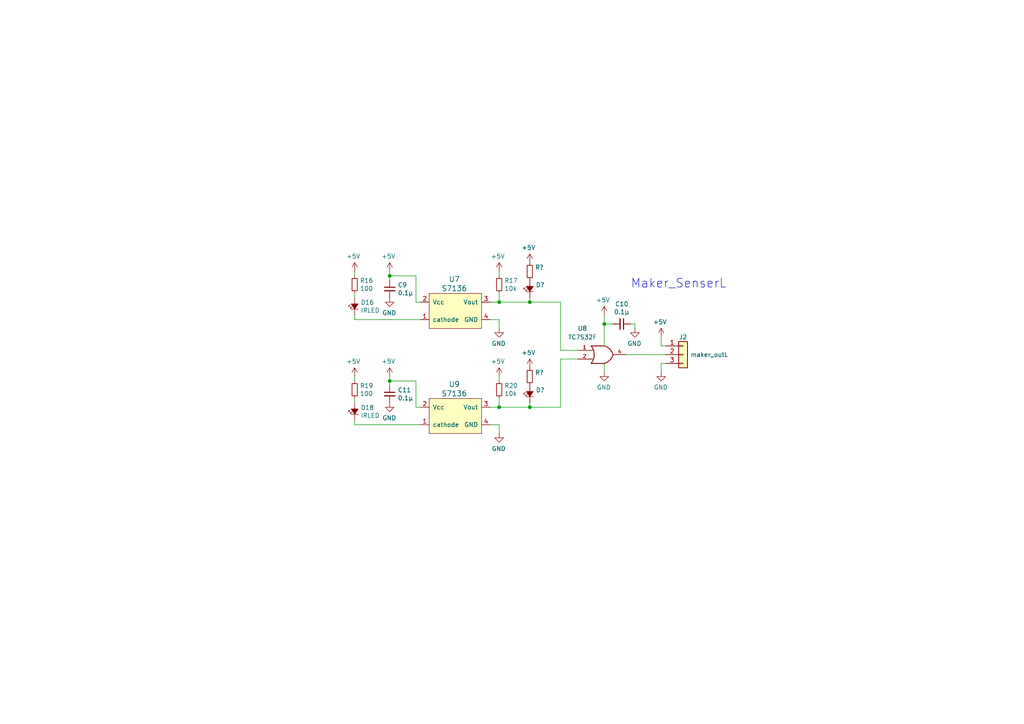
<source format=kicad_sch>
(kicad_sch (version 20211123) (generator eeschema)

  (uuid d1cc914f-34d3-459e-b9ab-ccaad92de6d5)

  (paper "A4")

  (lib_symbols
    (symbol "74xGxx:74AHC1G32" (pin_names (offset 1.016)) (in_bom yes) (on_board yes)
      (property "Reference" "U" (id 0) (at -2.54 3.81 0)
        (effects (font (size 1.27 1.27)))
      )
      (property "Value" "74AHC1G32" (id 1) (at 0 -3.81 0)
        (effects (font (size 1.27 1.27)))
      )
      (property "Footprint" "" (id 2) (at 0 0 0)
        (effects (font (size 1.27 1.27)) hide)
      )
      (property "Datasheet" "http://www.ti.com/lit/sg/scyt129e/scyt129e.pdf" (id 3) (at 0 0 0)
        (effects (font (size 1.27 1.27)) hide)
      )
      (property "ki_keywords" "Single Gate OR LVC CMOS" (id 4) (at 0 0 0)
        (effects (font (size 1.27 1.27)) hide)
      )
      (property "ki_description" "Single OR Gate, Low-Voltage CMOS" (id 5) (at 0 0 0)
        (effects (font (size 1.27 1.27)) hide)
      )
      (property "ki_fp_filters" "SOT* SG-*" (id 6) (at 0 0 0)
        (effects (font (size 1.27 1.27)) hide)
      )
      (symbol "74AHC1G32_0_1"
        (arc (start -3.81 -2.54) (mid -2.919 0) (end -3.81 2.54)
          (stroke (width 0.254) (type default) (color 0 0 0 0))
          (fill (type none))
        )
        (arc (start 0 -2.54) (mid 1.5993 -1.6027) (end 2.54 0)
          (stroke (width 0.254) (type default) (color 0 0 0 0))
          (fill (type none))
        )
        (polyline
          (pts
            (xy -3.81 -1.27)
            (xy -3.175 -1.27)
          )
          (stroke (width 0) (type default) (color 0 0 0 0))
          (fill (type none))
        )
        (polyline
          (pts
            (xy -3.81 1.27)
            (xy -3.175 1.27)
          )
          (stroke (width 0) (type default) (color 0 0 0 0))
          (fill (type none))
        )
        (polyline
          (pts
            (xy 0 -2.54)
            (xy -3.81 -2.54)
          )
          (stroke (width 0.254) (type default) (color 0 0 0 0))
          (fill (type background))
        )
        (polyline
          (pts
            (xy 0 2.54)
            (xy -3.81 2.54)
          )
          (stroke (width 0.254) (type default) (color 0 0 0 0))
          (fill (type background))
        )
        (arc (start 2.54 0) (mid 1.6119 1.6152) (end 0 2.54)
          (stroke (width 0.254) (type default) (color 0 0 0 0))
          (fill (type none))
        )
      )
      (symbol "74AHC1G32_1_1"
        (pin input line (at -7.62 1.27 0) (length 3.81)
          (name "~" (effects (font (size 1.016 1.016))))
          (number "1" (effects (font (size 1.016 1.016))))
        )
        (pin input line (at -7.62 -1.27 0) (length 3.81)
          (name "~" (effects (font (size 1.016 1.016))))
          (number "2" (effects (font (size 1.016 1.016))))
        )
        (pin power_in line (at 0 -2.54 270) (length 0) hide
          (name "GND" (effects (font (size 1.016 1.016))))
          (number "3" (effects (font (size 1.016 1.016))))
        )
        (pin output line (at 6.35 0 180) (length 3.81)
          (name "~" (effects (font (size 1.016 1.016))))
          (number "4" (effects (font (size 1.016 1.016))))
        )
        (pin power_in line (at 0 2.54 90) (length 0) hide
          (name "VCC" (effects (font (size 1.016 1.016))))
          (number "5" (effects (font (size 1.016 1.016))))
        )
      )
    )
    (symbol "Connector_Generic:Conn_01x03" (pin_names (offset 1.016) hide) (in_bom yes) (on_board yes)
      (property "Reference" "J" (id 0) (at 0 5.08 0)
        (effects (font (size 1.27 1.27)))
      )
      (property "Value" "Conn_01x03" (id 1) (at 0 -5.08 0)
        (effects (font (size 1.27 1.27)))
      )
      (property "Footprint" "" (id 2) (at 0 0 0)
        (effects (font (size 1.27 1.27)) hide)
      )
      (property "Datasheet" "~" (id 3) (at 0 0 0)
        (effects (font (size 1.27 1.27)) hide)
      )
      (property "ki_keywords" "connector" (id 4) (at 0 0 0)
        (effects (font (size 1.27 1.27)) hide)
      )
      (property "ki_description" "Generic connector, single row, 01x03, script generated (kicad-library-utils/schlib/autogen/connector/)" (id 5) (at 0 0 0)
        (effects (font (size 1.27 1.27)) hide)
      )
      (property "ki_fp_filters" "Connector*:*_1x??_*" (id 6) (at 0 0 0)
        (effects (font (size 1.27 1.27)) hide)
      )
      (symbol "Conn_01x03_1_1"
        (rectangle (start -1.27 -2.413) (end 0 -2.667)
          (stroke (width 0.1524) (type default) (color 0 0 0 0))
          (fill (type none))
        )
        (rectangle (start -1.27 0.127) (end 0 -0.127)
          (stroke (width 0.1524) (type default) (color 0 0 0 0))
          (fill (type none))
        )
        (rectangle (start -1.27 2.667) (end 0 2.413)
          (stroke (width 0.1524) (type default) (color 0 0 0 0))
          (fill (type none))
        )
        (rectangle (start -1.27 3.81) (end 1.27 -3.81)
          (stroke (width 0.254) (type default) (color 0 0 0 0))
          (fill (type background))
        )
        (pin passive line (at -5.08 2.54 0) (length 3.81)
          (name "Pin_1" (effects (font (size 1.27 1.27))))
          (number "1" (effects (font (size 1.27 1.27))))
        )
        (pin passive line (at -5.08 0 0) (length 3.81)
          (name "Pin_2" (effects (font (size 1.27 1.27))))
          (number "2" (effects (font (size 1.27 1.27))))
        )
        (pin passive line (at -5.08 -2.54 0) (length 3.81)
          (name "Pin_3" (effects (font (size 1.27 1.27))))
          (number "3" (effects (font (size 1.27 1.27))))
        )
      )
    )
    (symbol "Device:C_Small" (pin_numbers hide) (pin_names (offset 0.254) hide) (in_bom yes) (on_board yes)
      (property "Reference" "C" (id 0) (at 0.254 1.778 0)
        (effects (font (size 1.27 1.27)) (justify left))
      )
      (property "Value" "C_Small" (id 1) (at 0.254 -2.032 0)
        (effects (font (size 1.27 1.27)) (justify left))
      )
      (property "Footprint" "" (id 2) (at 0 0 0)
        (effects (font (size 1.27 1.27)) hide)
      )
      (property "Datasheet" "~" (id 3) (at 0 0 0)
        (effects (font (size 1.27 1.27)) hide)
      )
      (property "ki_keywords" "capacitor cap" (id 4) (at 0 0 0)
        (effects (font (size 1.27 1.27)) hide)
      )
      (property "ki_description" "Unpolarized capacitor, small symbol" (id 5) (at 0 0 0)
        (effects (font (size 1.27 1.27)) hide)
      )
      (property "ki_fp_filters" "C_*" (id 6) (at 0 0 0)
        (effects (font (size 1.27 1.27)) hide)
      )
      (symbol "C_Small_0_1"
        (polyline
          (pts
            (xy -1.524 -0.508)
            (xy 1.524 -0.508)
          )
          (stroke (width 0.3302) (type default) (color 0 0 0 0))
          (fill (type none))
        )
        (polyline
          (pts
            (xy -1.524 0.508)
            (xy 1.524 0.508)
          )
          (stroke (width 0.3048) (type default) (color 0 0 0 0))
          (fill (type none))
        )
      )
      (symbol "C_Small_1_1"
        (pin passive line (at 0 2.54 270) (length 2.032)
          (name "~" (effects (font (size 1.27 1.27))))
          (number "1" (effects (font (size 1.27 1.27))))
        )
        (pin passive line (at 0 -2.54 90) (length 2.032)
          (name "~" (effects (font (size 1.27 1.27))))
          (number "2" (effects (font (size 1.27 1.27))))
        )
      )
    )
    (symbol "Device:R_Small" (pin_numbers hide) (pin_names (offset 0.254) hide) (in_bom yes) (on_board yes)
      (property "Reference" "R" (id 0) (at 0.762 0.508 0)
        (effects (font (size 1.27 1.27)) (justify left))
      )
      (property "Value" "R_Small" (id 1) (at 0.762 -1.016 0)
        (effects (font (size 1.27 1.27)) (justify left))
      )
      (property "Footprint" "" (id 2) (at 0 0 0)
        (effects (font (size 1.27 1.27)) hide)
      )
      (property "Datasheet" "~" (id 3) (at 0 0 0)
        (effects (font (size 1.27 1.27)) hide)
      )
      (property "ki_keywords" "R resistor" (id 4) (at 0 0 0)
        (effects (font (size 1.27 1.27)) hide)
      )
      (property "ki_description" "Resistor, small symbol" (id 5) (at 0 0 0)
        (effects (font (size 1.27 1.27)) hide)
      )
      (property "ki_fp_filters" "R_*" (id 6) (at 0 0 0)
        (effects (font (size 1.27 1.27)) hide)
      )
      (symbol "R_Small_0_1"
        (rectangle (start -0.762 1.778) (end 0.762 -1.778)
          (stroke (width 0.2032) (type default) (color 0 0 0 0))
          (fill (type none))
        )
      )
      (symbol "R_Small_1_1"
        (pin passive line (at 0 2.54 270) (length 0.762)
          (name "~" (effects (font (size 1.27 1.27))))
          (number "1" (effects (font (size 1.27 1.27))))
        )
        (pin passive line (at 0 -2.54 90) (length 0.762)
          (name "~" (effects (font (size 1.27 1.27))))
          (number "2" (effects (font (size 1.27 1.27))))
        )
      )
    )
    (symbol "power:+5V" (power) (pin_names (offset 0)) (in_bom yes) (on_board yes)
      (property "Reference" "#PWR" (id 0) (at 0 -3.81 0)
        (effects (font (size 1.27 1.27)) hide)
      )
      (property "Value" "+5V" (id 1) (at 0 3.556 0)
        (effects (font (size 1.27 1.27)))
      )
      (property "Footprint" "" (id 2) (at 0 0 0)
        (effects (font (size 1.27 1.27)) hide)
      )
      (property "Datasheet" "" (id 3) (at 0 0 0)
        (effects (font (size 1.27 1.27)) hide)
      )
      (property "ki_keywords" "global power" (id 4) (at 0 0 0)
        (effects (font (size 1.27 1.27)) hide)
      )
      (property "ki_description" "Power symbol creates a global label with name \"+5V\"" (id 5) (at 0 0 0)
        (effects (font (size 1.27 1.27)) hide)
      )
      (symbol "+5V_0_1"
        (polyline
          (pts
            (xy -0.762 1.27)
            (xy 0 2.54)
          )
          (stroke (width 0) (type default) (color 0 0 0 0))
          (fill (type none))
        )
        (polyline
          (pts
            (xy 0 0)
            (xy 0 2.54)
          )
          (stroke (width 0) (type default) (color 0 0 0 0))
          (fill (type none))
        )
        (polyline
          (pts
            (xy 0 2.54)
            (xy 0.762 1.27)
          )
          (stroke (width 0) (type default) (color 0 0 0 0))
          (fill (type none))
        )
      )
      (symbol "+5V_1_1"
        (pin power_in line (at 0 0 90) (length 0) hide
          (name "+5V" (effects (font (size 1.27 1.27))))
          (number "1" (effects (font (size 1.27 1.27))))
        )
      )
    )
    (symbol "power:GND" (power) (pin_names (offset 0)) (in_bom yes) (on_board yes)
      (property "Reference" "#PWR" (id 0) (at 0 -6.35 0)
        (effects (font (size 1.27 1.27)) hide)
      )
      (property "Value" "GND" (id 1) (at 0 -3.81 0)
        (effects (font (size 1.27 1.27)))
      )
      (property "Footprint" "" (id 2) (at 0 0 0)
        (effects (font (size 1.27 1.27)) hide)
      )
      (property "Datasheet" "" (id 3) (at 0 0 0)
        (effects (font (size 1.27 1.27)) hide)
      )
      (property "ki_keywords" "global power" (id 4) (at 0 0 0)
        (effects (font (size 1.27 1.27)) hide)
      )
      (property "ki_description" "Power symbol creates a global label with name \"GND\" , ground" (id 5) (at 0 0 0)
        (effects (font (size 1.27 1.27)) hide)
      )
      (symbol "GND_0_1"
        (polyline
          (pts
            (xy 0 0)
            (xy 0 -1.27)
            (xy 1.27 -1.27)
            (xy 0 -2.54)
            (xy -1.27 -1.27)
            (xy 0 -1.27)
          )
          (stroke (width 0) (type default) (color 0 0 0 0))
          (fill (type none))
        )
      )
      (symbol "GND_1_1"
        (pin power_in line (at 0 0 270) (length 0) hide
          (name "GND" (effects (font (size 1.27 1.27))))
          (number "1" (effects (font (size 1.27 1.27))))
        )
      )
    )
    (symbol "robotrace_sensorV4-rescue:LED_Small_ALT-Device" (pin_numbers hide) (pin_names (offset 0.254) hide) (in_bom yes) (on_board yes)
      (property "Reference" "D" (id 0) (at -1.27 3.175 0)
        (effects (font (size 1.27 1.27)) (justify left))
      )
      (property "Value" "LED_Small_ALT-Device" (id 1) (at -4.445 -2.54 0)
        (effects (font (size 1.27 1.27)) (justify left))
      )
      (property "Footprint" "" (id 2) (at 0 0 90)
        (effects (font (size 1.27 1.27)) hide)
      )
      (property "Datasheet" "" (id 3) (at 0 0 90)
        (effects (font (size 1.27 1.27)) hide)
      )
      (property "ki_fp_filters" "LED* LED_SMD:* LED_THT:*" (id 4) (at 0 0 0)
        (effects (font (size 1.27 1.27)) hide)
      )
      (symbol "LED_Small_ALT-Device_0_1"
        (polyline
          (pts
            (xy -0.762 -1.016)
            (xy -0.762 1.016)
          )
          (stroke (width 0) (type default) (color 0 0 0 0))
          (fill (type none))
        )
        (polyline
          (pts
            (xy 1.016 0)
            (xy -0.762 0)
          )
          (stroke (width 0) (type default) (color 0 0 0 0))
          (fill (type none))
        )
        (polyline
          (pts
            (xy 0.762 -1.016)
            (xy -0.762 0)
            (xy 0.762 1.016)
            (xy 0.762 -1.016)
          )
          (stroke (width 0) (type default) (color 0 0 0 0))
          (fill (type outline))
        )
        (polyline
          (pts
            (xy 0 0.762)
            (xy -0.508 1.27)
            (xy -0.254 1.27)
            (xy -0.508 1.27)
            (xy -0.508 1.016)
          )
          (stroke (width 0) (type default) (color 0 0 0 0))
          (fill (type none))
        )
        (polyline
          (pts
            (xy 0.508 1.27)
            (xy 0 1.778)
            (xy 0.254 1.778)
            (xy 0 1.778)
            (xy 0 1.524)
          )
          (stroke (width 0) (type default) (color 0 0 0 0))
          (fill (type none))
        )
      )
      (symbol "LED_Small_ALT-Device_1_1"
        (pin passive line (at -2.54 0 0) (length 1.778)
          (name "K" (effects (font (size 1.27 1.27))))
          (number "1" (effects (font (size 1.27 1.27))))
        )
        (pin passive line (at 2.54 0 180) (length 1.778)
          (name "A" (effects (font (size 1.27 1.27))))
          (number "2" (effects (font (size 1.27 1.27))))
        )
      )
    )
    (symbol "robotrace_sensorV4-rescue:S7136-mylib" (pin_names (offset 1.016)) (in_bom yes) (on_board yes)
      (property "Reference" "U" (id 0) (at 0 8.89 0)
        (effects (font (size 1.524 1.524)))
      )
      (property "Value" "S7136-mylib" (id 1) (at 0 6.35 0)
        (effects (font (size 1.524 1.524)))
      )
      (property "Footprint" "" (id 2) (at 1.27 0 0)
        (effects (font (size 1.524 1.524)))
      )
      (property "Datasheet" "" (id 3) (at 1.27 0 0)
        (effects (font (size 1.524 1.524)))
      )
      (symbol "S7136-mylib_0_1"
        (rectangle (start -7.62 5.08) (end 7.62 -5.08)
          (stroke (width 0) (type default) (color 0 0 0 0))
          (fill (type background))
        )
      )
      (symbol "S7136-mylib_1_1"
        (pin open_collector line (at -10.16 2.54 0) (length 2.54)
          (name "cathode" (effects (font (size 1.27 1.27))))
          (number "1" (effects (font (size 1.27 1.27))))
        )
        (pin passive line (at -10.16 -2.54 0) (length 2.54)
          (name "Vcc" (effects (font (size 1.27 1.27))))
          (number "2" (effects (font (size 1.27 1.27))))
        )
        (pin output line (at 10.16 -2.54 180) (length 2.54)
          (name "Vout" (effects (font (size 1.27 1.27))))
          (number "3" (effects (font (size 1.27 1.27))))
        )
        (pin power_in line (at 10.16 2.54 180) (length 2.54)
          (name "GND" (effects (font (size 1.27 1.27))))
          (number "4" (effects (font (size 1.27 1.27))))
        )
      )
    )
  )

  (junction (at 113.03 80.01) (diameter 0) (color 0 0 0 0)
    (uuid 1f8bf1ee-3694-4b5f-99f8-0fee0ba04422)
  )
  (junction (at 113.03 110.49) (diameter 0) (color 0 0 0 0)
    (uuid b7b4b680-b028-4b08-8a98-c334f115bd21)
  )
  (junction (at 144.78 118.11) (diameter 0) (color 0 0 0 0)
    (uuid cdf7d16b-e3c0-4b67-97bf-125b35b3c2c1)
  )
  (junction (at 153.67 87.63) (diameter 0) (color 0 0 0 0)
    (uuid d110e0c8-b3ec-4141-8c0f-00671cc734b3)
  )
  (junction (at 175.26 93.98) (diameter 0) (color 0 0 0 0)
    (uuid e2d24263-208f-459c-8410-3f01886db6b6)
  )
  (junction (at 144.78 87.63) (diameter 0) (color 0 0 0 0)
    (uuid ef6b53ee-8fce-401f-bfbb-bc227d5627db)
  )
  (junction (at 153.67 118.11) (diameter 0) (color 0 0 0 0)
    (uuid f4047b1a-461f-4a04-9757-a6d9241546a1)
  )

  (wire (pts (xy 121.92 87.63) (xy 120.65 87.63))
    (stroke (width 0) (type default) (color 0 0 0 0))
    (uuid 04863e0d-9c96-4c8f-9a98-83e86ecce5ea)
  )
  (wire (pts (xy 102.87 80.01) (xy 102.87 78.74))
    (stroke (width 0) (type default) (color 0 0 0 0))
    (uuid 07aac6d0-fa5c-4c6a-8081-2e8f09e134e5)
  )
  (wire (pts (xy 102.87 86.36) (xy 102.87 85.09))
    (stroke (width 0) (type default) (color 0 0 0 0))
    (uuid 0c7b9d28-26ec-4ab0-833d-1924c600b215)
  )
  (wire (pts (xy 144.78 123.19) (xy 144.78 125.73))
    (stroke (width 0) (type default) (color 0 0 0 0))
    (uuid 0cdb783f-1c7c-42b4-8035-17577635a5c5)
  )
  (wire (pts (xy 142.24 92.71) (xy 144.78 92.71))
    (stroke (width 0) (type default) (color 0 0 0 0))
    (uuid 16ad0a41-f280-417d-88ae-d84da6c9e50f)
  )
  (wire (pts (xy 113.03 78.74) (xy 113.03 80.01))
    (stroke (width 0) (type default) (color 0 0 0 0))
    (uuid 1d0a2beb-75d4-40f2-ac97-8cf2d7e682cc)
  )
  (wire (pts (xy 193.04 102.87) (xy 181.61 102.87))
    (stroke (width 0) (type default) (color 0 0 0 0))
    (uuid 2606b314-3567-4b51-b399-016f88535dfe)
  )
  (wire (pts (xy 102.87 92.71) (xy 102.87 91.44))
    (stroke (width 0) (type default) (color 0 0 0 0))
    (uuid 262299dc-28ba-4c06-a60b-b5bbf8e0f0fc)
  )
  (wire (pts (xy 144.78 109.22) (xy 144.78 110.49))
    (stroke (width 0) (type default) (color 0 0 0 0))
    (uuid 27a58914-0514-4279-bf74-39da0207cea3)
  )
  (wire (pts (xy 144.78 87.63) (xy 153.67 87.63))
    (stroke (width 0) (type default) (color 0 0 0 0))
    (uuid 287c3dc1-7225-4339-b707-39010d746ca7)
  )
  (wire (pts (xy 144.78 92.71) (xy 144.78 95.25))
    (stroke (width 0) (type default) (color 0 0 0 0))
    (uuid 3a68917e-e0b9-45cc-8654-4df9a213a62b)
  )
  (wire (pts (xy 113.03 80.01) (xy 120.65 80.01))
    (stroke (width 0) (type default) (color 0 0 0 0))
    (uuid 42842558-8a16-4f6f-96e9-34b753e71eab)
  )
  (wire (pts (xy 120.65 110.49) (xy 120.65 118.11))
    (stroke (width 0) (type default) (color 0 0 0 0))
    (uuid 464d166c-dd74-4381-9c05-1f1859c8a01d)
  )
  (wire (pts (xy 142.24 123.19) (xy 144.78 123.19))
    (stroke (width 0) (type default) (color 0 0 0 0))
    (uuid 486e39d4-0d18-4d27-a9fd-bd0189542261)
  )
  (wire (pts (xy 175.26 93.98) (xy 175.26 100.33))
    (stroke (width 0) (type default) (color 0 0 0 0))
    (uuid 5387005e-d14a-4936-b267-5b85e863bdc6)
  )
  (wire (pts (xy 191.77 105.41) (xy 191.77 107.95))
    (stroke (width 0) (type default) (color 0 0 0 0))
    (uuid 53a6bd7d-3f9e-493f-8deb-bd0000d7e2f6)
  )
  (wire (pts (xy 167.64 104.14) (xy 162.56 104.14))
    (stroke (width 0) (type default) (color 0 0 0 0))
    (uuid 5569ab0a-3003-42ee-b2ab-3de45bed37d7)
  )
  (wire (pts (xy 102.87 123.19) (xy 121.92 123.19))
    (stroke (width 0) (type default) (color 0 0 0 0))
    (uuid 5a5dc417-1048-43d9-a4b6-d16b611db961)
  )
  (wire (pts (xy 153.67 86.36) (xy 153.67 87.63))
    (stroke (width 0) (type default) (color 0 0 0 0))
    (uuid 5b831912-3eea-4508-9ce0-e2d3a1a6ea71)
  )
  (wire (pts (xy 113.03 110.49) (xy 120.65 110.49))
    (stroke (width 0) (type default) (color 0 0 0 0))
    (uuid 620986ce-09fa-4382-85c0-eddd7af6f195)
  )
  (wire (pts (xy 193.04 105.41) (xy 191.77 105.41))
    (stroke (width 0) (type default) (color 0 0 0 0))
    (uuid 745f693a-5c6c-4e5b-8a03-aae3f456b695)
  )
  (wire (pts (xy 153.67 87.63) (xy 162.56 87.63))
    (stroke (width 0) (type default) (color 0 0 0 0))
    (uuid 78b9b122-ec00-474c-823e-27cb09bbee38)
  )
  (wire (pts (xy 120.65 80.01) (xy 120.65 87.63))
    (stroke (width 0) (type default) (color 0 0 0 0))
    (uuid 87198aaa-2050-40ae-9782-46932063405f)
  )
  (wire (pts (xy 184.15 95.25) (xy 184.15 93.98))
    (stroke (width 0) (type default) (color 0 0 0 0))
    (uuid 8837b929-bfe5-46b4-93d7-d84030f98945)
  )
  (wire (pts (xy 144.78 87.63) (xy 142.24 87.63))
    (stroke (width 0) (type default) (color 0 0 0 0))
    (uuid 88eeb255-38a9-4663-a5f3-a986e9d2a1e3)
  )
  (wire (pts (xy 175.26 105.41) (xy 175.26 107.95))
    (stroke (width 0) (type default) (color 0 0 0 0))
    (uuid 8a23ce64-831a-4a41-b2f1-1a266c8a54cd)
  )
  (wire (pts (xy 113.03 111.76) (xy 113.03 110.49))
    (stroke (width 0) (type default) (color 0 0 0 0))
    (uuid 90ac623e-fab8-4fe4-97f6-b7db92072cf7)
  )
  (wire (pts (xy 162.56 87.63) (xy 162.56 101.6))
    (stroke (width 0) (type default) (color 0 0 0 0))
    (uuid 9be57866-8118-4a88-8505-29bcabcb3749)
  )
  (wire (pts (xy 177.8 93.98) (xy 175.26 93.98))
    (stroke (width 0) (type default) (color 0 0 0 0))
    (uuid 9fa2fe80-e694-445d-b0be-24c67999dd11)
  )
  (wire (pts (xy 175.26 91.44) (xy 175.26 93.98))
    (stroke (width 0) (type default) (color 0 0 0 0))
    (uuid a1a46b6e-6929-413f-8979-4320baee3f25)
  )
  (wire (pts (xy 144.78 78.74) (xy 144.78 80.01))
    (stroke (width 0) (type default) (color 0 0 0 0))
    (uuid a8fa0618-7a70-4a20-89f7-5044ae6cb27f)
  )
  (wire (pts (xy 113.03 81.28) (xy 113.03 80.01))
    (stroke (width 0) (type default) (color 0 0 0 0))
    (uuid ac9c9684-9296-45d8-961d-2c5c9838fe00)
  )
  (wire (pts (xy 144.78 85.09) (xy 144.78 87.63))
    (stroke (width 0) (type default) (color 0 0 0 0))
    (uuid ad10a398-eabd-4cda-85bf-a15395b9d425)
  )
  (wire (pts (xy 121.92 118.11) (xy 120.65 118.11))
    (stroke (width 0) (type default) (color 0 0 0 0))
    (uuid bb454413-18f7-4596-b8fd-8a369f6d96f1)
  )
  (wire (pts (xy 162.56 101.6) (xy 167.64 101.6))
    (stroke (width 0) (type default) (color 0 0 0 0))
    (uuid be87342a-9d51-44a9-8851-8ebfa84b0767)
  )
  (wire (pts (xy 193.04 100.33) (xy 191.77 100.33))
    (stroke (width 0) (type default) (color 0 0 0 0))
    (uuid c4f74cbf-fe73-457d-8be2-5332b494778c)
  )
  (wire (pts (xy 113.03 109.22) (xy 113.03 110.49))
    (stroke (width 0) (type default) (color 0 0 0 0))
    (uuid c9fefbaa-1206-47cc-a888-5e8298945d75)
  )
  (wire (pts (xy 182.88 93.98) (xy 184.15 93.98))
    (stroke (width 0) (type default) (color 0 0 0 0))
    (uuid d66cc3cf-8a5e-44ef-855e-83b3bfa4abd9)
  )
  (wire (pts (xy 102.87 123.19) (xy 102.87 121.92))
    (stroke (width 0) (type default) (color 0 0 0 0))
    (uuid d78921e1-b2f8-44f8-b052-b019b301f2a5)
  )
  (wire (pts (xy 162.56 104.14) (xy 162.56 118.11))
    (stroke (width 0) (type default) (color 0 0 0 0))
    (uuid de87ed3c-b894-41b8-b3f4-e0fd34f361ac)
  )
  (wire (pts (xy 102.87 110.49) (xy 102.87 109.22))
    (stroke (width 0) (type default) (color 0 0 0 0))
    (uuid e09ca79f-b16f-4b91-b2a9-dabf48ca9642)
  )
  (wire (pts (xy 153.67 118.11) (xy 162.56 118.11))
    (stroke (width 0) (type default) (color 0 0 0 0))
    (uuid e7381795-fa82-47d3-9a45-bb43ac2fdb85)
  )
  (wire (pts (xy 144.78 118.11) (xy 142.24 118.11))
    (stroke (width 0) (type default) (color 0 0 0 0))
    (uuid e7e793f8-c604-4bc0-9bf0-89da16197d7f)
  )
  (wire (pts (xy 102.87 92.71) (xy 121.92 92.71))
    (stroke (width 0) (type default) (color 0 0 0 0))
    (uuid e8d02fcb-794a-4639-9170-6db9cbb34ec8)
  )
  (wire (pts (xy 102.87 116.84) (xy 102.87 115.57))
    (stroke (width 0) (type default) (color 0 0 0 0))
    (uuid f2352ee6-c6c0-4664-bdd0-521047639da8)
  )
  (wire (pts (xy 191.77 100.33) (xy 191.77 97.79))
    (stroke (width 0) (type default) (color 0 0 0 0))
    (uuid f7e52066-11cf-4628-a185-2f2cd14fce5e)
  )
  (wire (pts (xy 153.67 118.11) (xy 144.78 118.11))
    (stroke (width 0) (type default) (color 0 0 0 0))
    (uuid fbce8f2a-cad9-44c6-a273-7280ae952422)
  )
  (wire (pts (xy 153.67 116.84) (xy 153.67 118.11))
    (stroke (width 0) (type default) (color 0 0 0 0))
    (uuid fcd31b07-4358-4b85-b559-070baea52665)
  )
  (wire (pts (xy 144.78 115.57) (xy 144.78 118.11))
    (stroke (width 0) (type default) (color 0 0 0 0))
    (uuid fd25e496-d447-4430-91d6-87924610b880)
  )

  (text "Maker_SenserL" (at 182.88 83.82 0)
    (effects (font (size 2.54 2.54)) (justify left bottom))
    (uuid 26966b84-d039-4c5f-82b9-251eff234d10)
  )

  (symbol (lib_id "power:+5V") (at 153.67 76.2 0) (mirror y) (unit 1)
    (in_bom yes) (on_board yes)
    (uuid 00000000-0000-0000-0000-0000638e7ab9)
    (property "Reference" "#PWR?" (id 0) (at 153.67 80.01 0)
      (effects (font (size 1.27 1.27)) hide)
    )
    (property "Value" "" (id 1) (at 153.289 71.8058 0))
    (property "Footprint" "" (id 2) (at 153.67 76.2 0)
      (effects (font (size 1.27 1.27)) hide)
    )
    (property "Datasheet" "" (id 3) (at 153.67 76.2 0)
      (effects (font (size 1.27 1.27)) hide)
    )
    (pin "1" (uuid 77b31bcc-ec88-4fc3-9ec8-7593ba8498d9))
  )

  (symbol (lib_id "robotrace_sensorV4-rescue:LED_Small_ALT-Device") (at 153.67 83.82 90) (unit 1)
    (in_bom yes) (on_board yes)
    (uuid 00000000-0000-0000-0000-0000638e7abf)
    (property "Reference" "D?" (id 0) (at 155.3972 82.6516 90)
      (effects (font (size 1.27 1.27)) (justify right))
    )
    (property "Value" "" (id 1) (at 155.3972 84.963 90)
      (effects (font (size 1.27 1.27)) (justify right))
    )
    (property "Footprint" "" (id 2) (at 153.67 83.82 90)
      (effects (font (size 1.27 1.27)) hide)
    )
    (property "Datasheet" "~" (id 3) (at 153.67 83.82 90)
      (effects (font (size 1.27 1.27)) hide)
    )
    (pin "1" (uuid e401c00e-1c45-4d71-87ff-15fecc0d5644))
    (pin "2" (uuid 04ed2d74-b562-41da-8eb2-22c103f168eb))
  )

  (symbol (lib_id "Device:R_Small") (at 153.67 78.74 0) (unit 1)
    (in_bom yes) (on_board yes)
    (uuid 00000000-0000-0000-0000-0000638e7ac5)
    (property "Reference" "R?" (id 0) (at 155.1686 77.5716 0)
      (effects (font (size 1.27 1.27)) (justify left))
    )
    (property "Value" "" (id 1) (at 155.1686 79.883 0)
      (effects (font (size 1.27 1.27)) (justify left))
    )
    (property "Footprint" "" (id 2) (at 153.67 78.74 0)
      (effects (font (size 1.27 1.27)) hide)
    )
    (property "Datasheet" "~" (id 3) (at 153.67 78.74 0)
      (effects (font (size 1.27 1.27)) hide)
    )
    (pin "1" (uuid e06adff6-13e2-4b88-a600-45ea91c04539))
    (pin "2" (uuid 41a46bee-93e3-42b1-958c-6fe85511ba6e))
  )

  (symbol (lib_id "power:+5V") (at 153.67 106.68 0) (mirror y) (unit 1)
    (in_bom yes) (on_board yes)
    (uuid 00000000-0000-0000-0000-0000638fbf89)
    (property "Reference" "#PWR?" (id 0) (at 153.67 110.49 0)
      (effects (font (size 1.27 1.27)) hide)
    )
    (property "Value" "" (id 1) (at 153.289 102.2858 0))
    (property "Footprint" "" (id 2) (at 153.67 106.68 0)
      (effects (font (size 1.27 1.27)) hide)
    )
    (property "Datasheet" "" (id 3) (at 153.67 106.68 0)
      (effects (font (size 1.27 1.27)) hide)
    )
    (pin "1" (uuid 3d25456c-8d78-4d93-8d55-152d502e5fef))
  )

  (symbol (lib_id "robotrace_sensorV4-rescue:LED_Small_ALT-Device") (at 153.67 114.3 90) (unit 1)
    (in_bom yes) (on_board yes)
    (uuid 00000000-0000-0000-0000-0000638fbf8f)
    (property "Reference" "D?" (id 0) (at 155.3972 113.1316 90)
      (effects (font (size 1.27 1.27)) (justify right))
    )
    (property "Value" "" (id 1) (at 155.3972 115.443 90)
      (effects (font (size 1.27 1.27)) (justify right))
    )
    (property "Footprint" "" (id 2) (at 153.67 114.3 90)
      (effects (font (size 1.27 1.27)) hide)
    )
    (property "Datasheet" "~" (id 3) (at 153.67 114.3 90)
      (effects (font (size 1.27 1.27)) hide)
    )
    (pin "1" (uuid d01d89c1-4867-45e8-afeb-5472100ee590))
    (pin "2" (uuid 2aab9de7-e4ca-4cfe-883d-8001eda1a2d2))
  )

  (symbol (lib_id "Device:R_Small") (at 153.67 109.22 0) (unit 1)
    (in_bom yes) (on_board yes)
    (uuid 00000000-0000-0000-0000-0000638fbf95)
    (property "Reference" "R?" (id 0) (at 155.1686 108.0516 0)
      (effects (font (size 1.27 1.27)) (justify left))
    )
    (property "Value" "" (id 1) (at 155.1686 110.363 0)
      (effects (font (size 1.27 1.27)) (justify left))
    )
    (property "Footprint" "" (id 2) (at 153.67 109.22 0)
      (effects (font (size 1.27 1.27)) hide)
    )
    (property "Datasheet" "~" (id 3) (at 153.67 109.22 0)
      (effects (font (size 1.27 1.27)) hide)
    )
    (pin "1" (uuid 876a896a-c389-4b54-a40b-1d1fa36a4486))
    (pin "2" (uuid 67d9da97-6b71-4b2d-87a0-b2412a39a0d0))
  )

  (symbol (lib_id "Connector_Generic:Conn_01x03") (at 198.12 102.87 0) (unit 1)
    (in_bom yes) (on_board yes)
    (uuid 00000000-0000-0000-0000-000063bd7870)
    (property "Reference" "J2" (id 0) (at 198.12 97.79 0))
    (property "Value" "maker_outL" (id 1) (at 205.74 102.87 0))
    (property "Footprint" "Connectors_JST:JST_SH_BM03B-SRSS-TB_03x1.00mm_Straight" (id 2) (at 198.12 102.87 0)
      (effects (font (size 1.27 1.27)) hide)
    )
    (property "Datasheet" "~" (id 3) (at 198.12 102.87 0)
      (effects (font (size 1.27 1.27)) hide)
    )
    (pin "1" (uuid d6582651-ea04-4654-98f0-b19d7074b25e))
    (pin "2" (uuid 8c60671d-d4ab-47e4-a00b-0bd396f07e58))
    (pin "3" (uuid 0053ec4f-98cf-4f05-be13-8be2c14c722a))
  )

  (symbol (lib_id "power:GND") (at 191.77 107.95 0) (mirror y) (unit 1)
    (in_bom yes) (on_board yes)
    (uuid 00000000-0000-0000-0000-000063bd7876)
    (property "Reference" "#PWR058" (id 0) (at 191.77 114.3 0)
      (effects (font (size 1.27 1.27)) hide)
    )
    (property "Value" "GND" (id 1) (at 191.643 112.3442 0))
    (property "Footprint" "" (id 2) (at 191.77 107.95 0)
      (effects (font (size 1.27 1.27)) hide)
    )
    (property "Datasheet" "" (id 3) (at 191.77 107.95 0)
      (effects (font (size 1.27 1.27)) hide)
    )
    (pin "1" (uuid ccf2bc80-edf0-4427-8858-326b8b8dc4a9))
  )

  (symbol (lib_id "Device:R_Small") (at 102.87 82.55 0) (unit 1)
    (in_bom yes) (on_board yes)
    (uuid 00000000-0000-0000-0000-000063bd787f)
    (property "Reference" "R16" (id 0) (at 104.3686 81.3816 0)
      (effects (font (size 1.27 1.27)) (justify left))
    )
    (property "Value" "100" (id 1) (at 104.3686 83.693 0)
      (effects (font (size 1.27 1.27)) (justify left))
    )
    (property "Footprint" "Resistor_SMD:R_0603_1608Metric" (id 2) (at 102.87 82.55 0)
      (effects (font (size 1.27 1.27)) hide)
    )
    (property "Datasheet" "~" (id 3) (at 102.87 82.55 0)
      (effects (font (size 1.27 1.27)) hide)
    )
    (pin "1" (uuid e62c5603-4447-4b34-a939-4b2edda6d81e))
    (pin "2" (uuid b8b6adc1-f0a7-4aa9-8dac-2fb08a2a1ffb))
  )

  (symbol (lib_id "Device:R_Small") (at 144.78 82.55 0) (unit 1)
    (in_bom yes) (on_board yes)
    (uuid 00000000-0000-0000-0000-000063bd7885)
    (property "Reference" "R17" (id 0) (at 146.2786 81.3816 0)
      (effects (font (size 1.27 1.27)) (justify left))
    )
    (property "Value" "10k" (id 1) (at 146.2786 83.693 0)
      (effects (font (size 1.27 1.27)) (justify left))
    )
    (property "Footprint" "Resistor_SMD:R_0603_1608Metric" (id 2) (at 144.78 82.55 0)
      (effects (font (size 1.27 1.27)) hide)
    )
    (property "Datasheet" "~" (id 3) (at 144.78 82.55 0)
      (effects (font (size 1.27 1.27)) hide)
    )
    (pin "1" (uuid d30df59e-d9e3-45df-bf09-8e0d9f7b88d0))
    (pin "2" (uuid 1eec2701-de70-4f25-a83c-9b06f7313bf6))
  )

  (symbol (lib_id "power:GND") (at 175.26 107.95 0) (mirror y) (unit 1)
    (in_bom yes) (on_board yes)
    (uuid 00000000-0000-0000-0000-000063bd788b)
    (property "Reference" "#PWR057" (id 0) (at 175.26 114.3 0)
      (effects (font (size 1.27 1.27)) hide)
    )
    (property "Value" "GND" (id 1) (at 175.133 112.3442 0))
    (property "Footprint" "" (id 2) (at 175.26 107.95 0)
      (effects (font (size 1.27 1.27)) hide)
    )
    (property "Datasheet" "" (id 3) (at 175.26 107.95 0)
      (effects (font (size 1.27 1.27)) hide)
    )
    (pin "1" (uuid 682f04a3-c7fe-402c-bd74-4f1722ebc117))
  )

  (symbol (lib_id "Device:C_Small") (at 180.34 93.98 270) (unit 1)
    (in_bom yes) (on_board yes)
    (uuid 00000000-0000-0000-0000-000063bd7894)
    (property "Reference" "C10" (id 0) (at 180.34 88.1634 90))
    (property "Value" "0.1μ" (id 1) (at 180.34 90.4748 90))
    (property "Footprint" "Capacitor_SMD:C_0603_1608Metric" (id 2) (at 180.34 93.98 0)
      (effects (font (size 1.27 1.27)) hide)
    )
    (property "Datasheet" "~" (id 3) (at 180.34 93.98 0)
      (effects (font (size 1.27 1.27)) hide)
    )
    (pin "1" (uuid 5184f63e-a34a-4f50-8a8e-b301324d236d))
    (pin "2" (uuid 39fcc6e4-5f78-48b1-b041-d5183fcb0150))
  )

  (symbol (lib_id "power:GND") (at 184.15 95.25 0) (mirror y) (unit 1)
    (in_bom yes) (on_board yes)
    (uuid 00000000-0000-0000-0000-000063bd789a)
    (property "Reference" "#PWR054" (id 0) (at 184.15 101.6 0)
      (effects (font (size 1.27 1.27)) hide)
    )
    (property "Value" "GND" (id 1) (at 184.023 99.6442 0))
    (property "Footprint" "" (id 2) (at 184.15 95.25 0)
      (effects (font (size 1.27 1.27)) hide)
    )
    (property "Datasheet" "" (id 3) (at 184.15 95.25 0)
      (effects (font (size 1.27 1.27)) hide)
    )
    (pin "1" (uuid 0bbf5fc2-cdb6-44c8-9678-b948473352b3))
  )

  (symbol (lib_id "Device:C_Small") (at 113.03 83.82 0) (unit 1)
    (in_bom yes) (on_board yes)
    (uuid 00000000-0000-0000-0000-000063bd78a2)
    (property "Reference" "C9" (id 0) (at 115.3668 82.6516 0)
      (effects (font (size 1.27 1.27)) (justify left))
    )
    (property "Value" "0.1μ" (id 1) (at 115.3668 84.963 0)
      (effects (font (size 1.27 1.27)) (justify left))
    )
    (property "Footprint" "Capacitor_SMD:C_0603_1608Metric" (id 2) (at 113.03 83.82 0)
      (effects (font (size 1.27 1.27)) hide)
    )
    (property "Datasheet" "~" (id 3) (at 113.03 83.82 0)
      (effects (font (size 1.27 1.27)) hide)
    )
    (pin "1" (uuid 932c39d0-47ff-4f4a-9b2a-1f995b8cfcbe))
    (pin "2" (uuid 5ccee867-abd5-4d1c-80ca-aa23b5f8a114))
  )

  (symbol (lib_id "power:GND") (at 113.03 86.36 0) (mirror y) (unit 1)
    (in_bom yes) (on_board yes)
    (uuid 00000000-0000-0000-0000-000063bd78a9)
    (property "Reference" "#PWR051" (id 0) (at 113.03 92.71 0)
      (effects (font (size 1.27 1.27)) hide)
    )
    (property "Value" "GND" (id 1) (at 112.903 90.7542 0))
    (property "Footprint" "" (id 2) (at 113.03 86.36 0)
      (effects (font (size 1.27 1.27)) hide)
    )
    (property "Datasheet" "" (id 3) (at 113.03 86.36 0)
      (effects (font (size 1.27 1.27)) hide)
    )
    (pin "1" (uuid 2df7bda8-6cfd-4815-afb3-3cdd18271b66))
  )

  (symbol (lib_id "robotrace_sensorV4-rescue:LED_Small_ALT-Device") (at 102.87 88.9 90) (unit 1)
    (in_bom yes) (on_board yes)
    (uuid 00000000-0000-0000-0000-000063bd78b4)
    (property "Reference" "D16" (id 0) (at 104.5972 87.7316 90)
      (effects (font (size 1.27 1.27)) (justify right))
    )
    (property "Value" "IRLED" (id 1) (at 104.5972 90.043 90)
      (effects (font (size 1.27 1.27)) (justify right))
    )
    (property "Footprint" "LED_SMD:LED_0603_1608Metric_Castellated" (id 2) (at 102.87 88.9 90)
      (effects (font (size 1.27 1.27)) hide)
    )
    (property "Datasheet" "~" (id 3) (at 102.87 88.9 90)
      (effects (font (size 1.27 1.27)) hide)
    )
    (pin "1" (uuid bdea6471-472d-4a64-a66e-4b145127b9a7))
    (pin "2" (uuid e573f4d4-30de-4e05-b7f6-b48d82b77b71))
  )

  (symbol (lib_id "power:GND") (at 144.78 95.25 0) (mirror y) (unit 1)
    (in_bom yes) (on_board yes)
    (uuid 00000000-0000-0000-0000-000063bd78bd)
    (property "Reference" "#PWR053" (id 0) (at 144.78 101.6 0)
      (effects (font (size 1.27 1.27)) hide)
    )
    (property "Value" "GND" (id 1) (at 144.653 99.6442 0))
    (property "Footprint" "" (id 2) (at 144.78 95.25 0)
      (effects (font (size 1.27 1.27)) hide)
    )
    (property "Datasheet" "" (id 3) (at 144.78 95.25 0)
      (effects (font (size 1.27 1.27)) hide)
    )
    (pin "1" (uuid d9d0b5ca-eee7-42ed-8c0e-3d77124ea83d))
  )

  (symbol (lib_id "robotrace_sensorV4-rescue:S7136-mylib") (at 132.08 90.17 0) (mirror x) (unit 1)
    (in_bom yes) (on_board yes)
    (uuid 00000000-0000-0000-0000-000063bd78c3)
    (property "Reference" "U7" (id 0) (at 131.7752 80.9752 0)
      (effects (font (size 1.524 1.524)))
    )
    (property "Value" "S7136" (id 1) (at 131.7752 83.6676 0)
      (effects (font (size 1.524 1.524)))
    )
    (property "Footprint" "mcr0:S7136" (id 2) (at 132.08 90.17 0)
      (effects (font (size 1.524 1.524)) hide)
    )
    (property "Datasheet" "" (id 3) (at 132.08 90.17 0)
      (effects (font (size 1.524 1.524)))
    )
    (pin "1" (uuid d30ba2c2-f9cc-4237-9d36-3c0044f3839c))
    (pin "2" (uuid 531358d0-ffdd-4cf9-9017-cff7aef26c0e))
    (pin "3" (uuid f0f54211-7740-4295-981c-833271ae0f34))
    (pin "4" (uuid 1ae1fd4f-3274-4c69-9f70-75fba681f0c1))
  )

  (symbol (lib_id "robotrace_sensorV4-rescue:S7136-mylib") (at 132.08 120.65 0) (mirror x) (unit 1)
    (in_bom yes) (on_board yes)
    (uuid 00000000-0000-0000-0000-000063bd78d4)
    (property "Reference" "U9" (id 0) (at 131.7752 111.4552 0)
      (effects (font (size 1.524 1.524)))
    )
    (property "Value" "S7136" (id 1) (at 131.7752 114.1476 0)
      (effects (font (size 1.524 1.524)))
    )
    (property "Footprint" "mcr0:S7136" (id 2) (at 132.08 120.65 0)
      (effects (font (size 1.524 1.524)) hide)
    )
    (property "Datasheet" "" (id 3) (at 132.08 120.65 0)
      (effects (font (size 1.524 1.524)))
    )
    (pin "1" (uuid 29f317e1-5865-4874-960b-b45d8415b7c6))
    (pin "2" (uuid d440ce41-088c-4400-be68-edaf23400f1f))
    (pin "3" (uuid ec7ebf52-7ca2-45e6-ab7e-b46988d5705c))
    (pin "4" (uuid 9440fed5-9b59-44bf-8caf-94784a884b33))
  )

  (symbol (lib_id "power:GND") (at 144.78 125.73 0) (mirror y) (unit 1)
    (in_bom yes) (on_board yes)
    (uuid 00000000-0000-0000-0000-000063bd78da)
    (property "Reference" "#PWR063" (id 0) (at 144.78 132.08 0)
      (effects (font (size 1.27 1.27)) hide)
    )
    (property "Value" "GND" (id 1) (at 144.653 130.1242 0))
    (property "Footprint" "" (id 2) (at 144.78 125.73 0)
      (effects (font (size 1.27 1.27)) hide)
    )
    (property "Datasheet" "" (id 3) (at 144.78 125.73 0)
      (effects (font (size 1.27 1.27)) hide)
    )
    (pin "1" (uuid 8a0b4da4-63e5-4101-8ef4-e5f785f3bf44))
  )

  (symbol (lib_id "robotrace_sensorV4-rescue:LED_Small_ALT-Device") (at 102.87 119.38 90) (unit 1)
    (in_bom yes) (on_board yes)
    (uuid 00000000-0000-0000-0000-000063bd78e3)
    (property "Reference" "D18" (id 0) (at 104.5972 118.2116 90)
      (effects (font (size 1.27 1.27)) (justify right))
    )
    (property "Value" "IRLED" (id 1) (at 104.5972 120.523 90)
      (effects (font (size 1.27 1.27)) (justify right))
    )
    (property "Footprint" "LED_SMD:LED_0603_1608Metric_Castellated" (id 2) (at 102.87 119.38 90)
      (effects (font (size 1.27 1.27)) hide)
    )
    (property "Datasheet" "~" (id 3) (at 102.87 119.38 90)
      (effects (font (size 1.27 1.27)) hide)
    )
    (pin "1" (uuid d8081573-1d8a-4c60-912f-a99ad2514609))
    (pin "2" (uuid 11025636-13d7-419c-af95-e9795e949f90))
  )

  (symbol (lib_id "power:GND") (at 113.03 116.84 0) (mirror y) (unit 1)
    (in_bom yes) (on_board yes)
    (uuid 00000000-0000-0000-0000-000063bd78ee)
    (property "Reference" "#PWR062" (id 0) (at 113.03 123.19 0)
      (effects (font (size 1.27 1.27)) hide)
    )
    (property "Value" "GND" (id 1) (at 112.903 121.2342 0))
    (property "Footprint" "" (id 2) (at 113.03 116.84 0)
      (effects (font (size 1.27 1.27)) hide)
    )
    (property "Datasheet" "" (id 3) (at 113.03 116.84 0)
      (effects (font (size 1.27 1.27)) hide)
    )
    (pin "1" (uuid 6fd64a30-d721-43a8-9189-9422b6b127ff))
  )

  (symbol (lib_id "Device:C_Small") (at 113.03 114.3 0) (unit 1)
    (in_bom yes) (on_board yes)
    (uuid 00000000-0000-0000-0000-000063bd78f5)
    (property "Reference" "C11" (id 0) (at 115.3668 113.1316 0)
      (effects (font (size 1.27 1.27)) (justify left))
    )
    (property "Value" "0.1μ" (id 1) (at 115.3668 115.443 0)
      (effects (font (size 1.27 1.27)) (justify left))
    )
    (property "Footprint" "Capacitor_SMD:C_0603_1608Metric" (id 2) (at 113.03 114.3 0)
      (effects (font (size 1.27 1.27)) hide)
    )
    (property "Datasheet" "~" (id 3) (at 113.03 114.3 0)
      (effects (font (size 1.27 1.27)) hide)
    )
    (pin "1" (uuid efd73e09-a3f2-474a-a339-f83f1ce77f54))
    (pin "2" (uuid 305e1bf1-eb50-4c2f-a8e3-b970c92f8dc2))
  )

  (symbol (lib_id "Device:R_Small") (at 144.78 113.03 0) (unit 1)
    (in_bom yes) (on_board yes)
    (uuid 00000000-0000-0000-0000-000063bd78fb)
    (property "Reference" "R20" (id 0) (at 146.2786 111.8616 0)
      (effects (font (size 1.27 1.27)) (justify left))
    )
    (property "Value" "10k" (id 1) (at 146.2786 114.173 0)
      (effects (font (size 1.27 1.27)) (justify left))
    )
    (property "Footprint" "Resistor_SMD:R_0603_1608Metric" (id 2) (at 144.78 113.03 0)
      (effects (font (size 1.27 1.27)) hide)
    )
    (property "Datasheet" "~" (id 3) (at 144.78 113.03 0)
      (effects (font (size 1.27 1.27)) hide)
    )
    (pin "1" (uuid 9ab3ae3e-5c59-4574-b3af-e8b8f7098f21))
    (pin "2" (uuid 175db584-a4de-425c-b368-f232a03bd9b6))
  )

  (symbol (lib_id "Device:R_Small") (at 102.87 113.03 0) (unit 1)
    (in_bom yes) (on_board yes)
    (uuid 00000000-0000-0000-0000-000063bd7901)
    (property "Reference" "R19" (id 0) (at 104.3686 111.8616 0)
      (effects (font (size 1.27 1.27)) (justify left))
    )
    (property "Value" "100" (id 1) (at 104.3686 114.173 0)
      (effects (font (size 1.27 1.27)) (justify left))
    )
    (property "Footprint" "Resistor_SMD:R_0603_1608Metric" (id 2) (at 102.87 113.03 0)
      (effects (font (size 1.27 1.27)) hide)
    )
    (property "Datasheet" "~" (id 3) (at 102.87 113.03 0)
      (effects (font (size 1.27 1.27)) hide)
    )
    (pin "1" (uuid 574c8cec-3551-435c-9ae8-2772216fb100))
    (pin "2" (uuid 2e80178c-047c-4b28-9f76-87827b693e24))
  )

  (symbol (lib_id "74xGxx:74AHC1G32") (at 175.26 102.87 0) (unit 1)
    (in_bom yes) (on_board yes)
    (uuid 00000000-0000-0000-0000-000063bd7907)
    (property "Reference" "U8" (id 0) (at 168.91 95.25 0))
    (property "Value" "TC7S32F" (id 1) (at 168.91 97.79 0))
    (property "Footprint" "Package_SO:TSOP-5_1.65x3.05mm_P0.95mm" (id 2) (at 175.26 102.87 0)
      (effects (font (size 1.27 1.27)) hide)
    )
    (property "Datasheet" "http://www.ti.com/lit/sg/scyt129e/scyt129e.pdf" (id 3) (at 175.26 102.87 0)
      (effects (font (size 1.27 1.27)) hide)
    )
    (pin "1" (uuid a2b09890-6eb0-4f9b-80ab-6c58cbfe0147))
    (pin "2" (uuid f09e9b84-87b5-4a85-b7c8-60c5f9a703f0))
    (pin "3" (uuid 6b543d69-dbc9-4a5f-82dd-aceed4489a22))
    (pin "4" (uuid 5d8d4005-d85c-45c2-8bd3-1d56bc3abfa3))
    (pin "5" (uuid e4db567f-561f-4598-adca-8cdff28ad620))
  )

  (symbol (lib_id "power:+5V") (at 191.77 97.79 0) (mirror y) (unit 1)
    (in_bom yes) (on_board yes)
    (uuid 00000000-0000-0000-0000-000063bd791b)
    (property "Reference" "#PWR055" (id 0) (at 191.77 101.6 0)
      (effects (font (size 1.27 1.27)) hide)
    )
    (property "Value" "+5V" (id 1) (at 191.389 93.3958 0))
    (property "Footprint" "" (id 2) (at 191.77 97.79 0)
      (effects (font (size 1.27 1.27)) hide)
    )
    (property "Datasheet" "" (id 3) (at 191.77 97.79 0)
      (effects (font (size 1.27 1.27)) hide)
    )
    (pin "1" (uuid aa6d962d-b926-4b2d-b357-3d158d69d52c))
  )

  (symbol (lib_id "power:+5V") (at 175.26 91.44 0) (mirror y) (unit 1)
    (in_bom yes) (on_board yes)
    (uuid 00000000-0000-0000-0000-000063bd7921)
    (property "Reference" "#PWR052" (id 0) (at 175.26 95.25 0)
      (effects (font (size 1.27 1.27)) hide)
    )
    (property "Value" "+5V" (id 1) (at 174.879 87.0458 0))
    (property "Footprint" "" (id 2) (at 175.26 91.44 0)
      (effects (font (size 1.27 1.27)) hide)
    )
    (property "Datasheet" "" (id 3) (at 175.26 91.44 0)
      (effects (font (size 1.27 1.27)) hide)
    )
    (pin "1" (uuid 2da9fbf4-1b69-43f9-b12a-4e81fc20161a))
  )

  (symbol (lib_id "power:+5V") (at 102.87 109.22 0) (mirror y) (unit 1)
    (in_bom yes) (on_board yes)
    (uuid 00000000-0000-0000-0000-000063bd7927)
    (property "Reference" "#PWR059" (id 0) (at 102.87 113.03 0)
      (effects (font (size 1.27 1.27)) hide)
    )
    (property "Value" "+5V" (id 1) (at 102.489 104.8258 0))
    (property "Footprint" "" (id 2) (at 102.87 109.22 0)
      (effects (font (size 1.27 1.27)) hide)
    )
    (property "Datasheet" "" (id 3) (at 102.87 109.22 0)
      (effects (font (size 1.27 1.27)) hide)
    )
    (pin "1" (uuid c2ce5955-0ab5-4ad1-ab8f-65a2c8c6359f))
  )

  (symbol (lib_id "power:+5V") (at 113.03 109.22 0) (mirror y) (unit 1)
    (in_bom yes) (on_board yes)
    (uuid 00000000-0000-0000-0000-000063bd792d)
    (property "Reference" "#PWR060" (id 0) (at 113.03 113.03 0)
      (effects (font (size 1.27 1.27)) hide)
    )
    (property "Value" "+5V" (id 1) (at 112.649 104.8258 0))
    (property "Footprint" "" (id 2) (at 113.03 109.22 0)
      (effects (font (size 1.27 1.27)) hide)
    )
    (property "Datasheet" "" (id 3) (at 113.03 109.22 0)
      (effects (font (size 1.27 1.27)) hide)
    )
    (pin "1" (uuid 5a9b0e6a-a751-4f0f-a747-a7348325f611))
  )

  (symbol (lib_id "power:+5V") (at 144.78 109.22 0) (mirror y) (unit 1)
    (in_bom yes) (on_board yes)
    (uuid 00000000-0000-0000-0000-000063bd7933)
    (property "Reference" "#PWR061" (id 0) (at 144.78 113.03 0)
      (effects (font (size 1.27 1.27)) hide)
    )
    (property "Value" "+5V" (id 1) (at 144.399 104.8258 0))
    (property "Footprint" "" (id 2) (at 144.78 109.22 0)
      (effects (font (size 1.27 1.27)) hide)
    )
    (property "Datasheet" "" (id 3) (at 144.78 109.22 0)
      (effects (font (size 1.27 1.27)) hide)
    )
    (pin "1" (uuid 0c3d2f90-0f7e-49bd-aa52-43b0fbca69a3))
  )

  (symbol (lib_id "power:+5V") (at 144.78 78.74 0) (mirror y) (unit 1)
    (in_bom yes) (on_board yes)
    (uuid 00000000-0000-0000-0000-000063bd7939)
    (property "Reference" "#PWR?" (id 0) (at 144.78 82.55 0)
      (effects (font (size 1.27 1.27)) hide)
    )
    (property "Value" "" (id 1) (at 144.399 74.3458 0))
    (property "Footprint" "" (id 2) (at 144.78 78.74 0)
      (effects (font (size 1.27 1.27)) hide)
    )
    (property "Datasheet" "" (id 3) (at 144.78 78.74 0)
      (effects (font (size 1.27 1.27)) hide)
    )
    (pin "1" (uuid f07af676-dc11-43db-b8fe-f5d72b126c01))
  )

  (symbol (lib_id "power:+5V") (at 113.03 78.74 0) (mirror y) (unit 1)
    (in_bom yes) (on_board yes)
    (uuid 00000000-0000-0000-0000-000063bd793f)
    (property "Reference" "#PWR049" (id 0) (at 113.03 82.55 0)
      (effects (font (size 1.27 1.27)) hide)
    )
    (property "Value" "+5V" (id 1) (at 112.649 74.3458 0))
    (property "Footprint" "" (id 2) (at 113.03 78.74 0)
      (effects (font (size 1.27 1.27)) hide)
    )
    (property "Datasheet" "" (id 3) (at 113.03 78.74 0)
      (effects (font (size 1.27 1.27)) hide)
    )
    (pin "1" (uuid 096f1897-06df-4d7a-879a-2150243ff85a))
  )

  (symbol (lib_id "power:+5V") (at 102.87 78.74 0) (mirror y) (unit 1)
    (in_bom yes) (on_board yes)
    (uuid 00000000-0000-0000-0000-000063bd7945)
    (property "Reference" "#PWR048" (id 0) (at 102.87 82.55 0)
      (effects (font (size 1.27 1.27)) hide)
    )
    (property "Value" "+5V" (id 1) (at 102.489 74.3458 0))
    (property "Footprint" "" (id 2) (at 102.87 78.74 0)
      (effects (font (size 1.27 1.27)) hide)
    )
    (property "Datasheet" "" (id 3) (at 102.87 78.74 0)
      (effects (font (size 1.27 1.27)) hide)
    )
    (pin "1" (uuid 60f978f2-13b0-4cf0-ae28-0adebe1ff526))
  )
)

</source>
